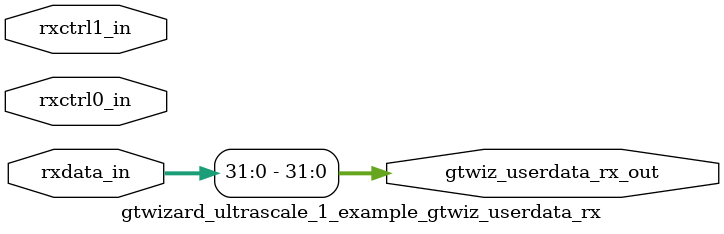
<source format=v>


`timescale 1ps/1ps


`timescale 1ps/1ps

module gtwizard_ultrascale_1_example_gtwiz_userdata_rx #(

  parameter integer P_RX_USER_DATA_WIDTH       = 32,
  parameter integer P_RX_DATA_DECODING         = 0,
  parameter integer P_TOTAL_NUMBER_OF_CHANNELS = 1

)(

  input  wire [(P_TOTAL_NUMBER_OF_CHANNELS*128)-1:0]                  rxdata_in,
  input  wire [(P_TOTAL_NUMBER_OF_CHANNELS* 16)-1:0]                  rxctrl0_in,
  input  wire [(P_TOTAL_NUMBER_OF_CHANNELS* 16)-1:0]                  rxctrl1_in,
  output wire [(P_TOTAL_NUMBER_OF_CHANNELS*P_RX_USER_DATA_WIDTH)-1:0] gtwiz_userdata_rx_out

);


  // -------------------------------------------------------------------------------------------------------------------
  // Receiver user data width sizing conditional generation, based on parameter values in module instantiation
  // -------------------------------------------------------------------------------------------------------------------
  generate if (1) begin : gen_gtwiz_userdata_rx_main
    genvar ch_idx;

    // If receiver data decoding is either not raw mode, or is raw mode but user data width is not modulus 10, then
    // simply assign the user-facing data vector with the active data bits from the transceiver-facing RXDATA vector.
    if ((P_RX_DATA_DECODING != 0) ||
       ((P_RX_DATA_DECODING == 0) && (P_RX_USER_DATA_WIDTH % 10 != 0))) begin : gen_rxdata

      for (ch_idx = 0; ch_idx < P_TOTAL_NUMBER_OF_CHANNELS; ch_idx = ch_idx + 1) begin : gen_assign
        assign gtwiz_userdata_rx_out[(P_RX_USER_DATA_WIDTH*ch_idx)+P_RX_USER_DATA_WIDTH-1:
                                     (P_RX_USER_DATA_WIDTH*ch_idx)] =
          rxdata_in[(128*ch_idx)+P_RX_USER_DATA_WIDTH-1:(128*ch_idx)];
      end

    end

    // If receiver data decoding is raw mode and user data width is modulus 10, then assign the user-facing data vector
    // with the specified combination of transceiver-facing RXDATA, RXCTRL0, and RXCTRL1 vectors. The interleaving of
    // these vectors is always in a repeating 8-1-1 bit pattern, scaling with the user data width size.
    else begin : gen_rxdata_rxctrl

      case (P_RX_USER_DATA_WIDTH)
        20:
          for (ch_idx = 0; ch_idx < P_TOTAL_NUMBER_OF_CHANNELS; ch_idx = ch_idx + 1) begin : gen_width20
            assign gtwiz_userdata_rx_out [(ch_idx*20)+19:(ch_idx*20)] =
              {rxctrl1_in[(ch_idx* 16)+1],
               rxctrl0_in[(ch_idx* 16)+1],
               rxdata_in [(ch_idx*128)+15:(ch_idx*128)+8],
               rxctrl1_in[(ch_idx* 16)],
               rxctrl0_in[(ch_idx* 16)],
               rxdata_in [(ch_idx*128)+7:ch_idx*128]};
          end

        40:
          for (ch_idx = 0; ch_idx < P_TOTAL_NUMBER_OF_CHANNELS; ch_idx = ch_idx + 1) begin : gen_width40
            assign gtwiz_userdata_rx_out [(ch_idx*40)+39:(ch_idx*40)] =
              {rxctrl1_in[(ch_idx* 16)+3],
               rxctrl0_in[(ch_idx* 16)+3],
               rxdata_in [(ch_idx*128)+31:(ch_idx*128)+24],
               rxctrl1_in[(ch_idx* 16)+2],
               rxctrl0_in[(ch_idx* 16)+2],
               rxdata_in [(ch_idx*128)+23:(ch_idx*128)+16],
               rxctrl1_in[(ch_idx* 16)+1],
               rxctrl0_in[(ch_idx* 16)+1],
               rxdata_in [(ch_idx*128)+15:(ch_idx*128)+8],
               rxctrl1_in[(ch_idx* 16)],
               rxctrl0_in[(ch_idx* 16)],
               rxdata_in [(ch_idx*128)+7:ch_idx*128]};
          end

        80:
          for (ch_idx = 0; ch_idx < P_TOTAL_NUMBER_OF_CHANNELS; ch_idx = ch_idx + 1) begin : gen_width80
            assign gtwiz_userdata_rx_out [(ch_idx*80)+79:(ch_idx*80)] =
              {rxctrl1_in[(ch_idx* 16)+7],
               rxctrl0_in[(ch_idx* 16)+7],
               rxdata_in [(ch_idx*128)+63:(ch_idx*128)+56],
               rxctrl1_in[(ch_idx* 16)+6],
               rxctrl0_in[(ch_idx* 16)+6],
               rxdata_in [(ch_idx*128)+55:(ch_idx*128)+48],
               rxctrl1_in[(ch_idx* 16)+5],
               rxctrl0_in[(ch_idx* 16)+5],
               rxdata_in [(ch_idx*128)+47:(ch_idx*128)+40],
               rxctrl1_in[(ch_idx* 16)+4],
               rxctrl0_in[(ch_idx* 16)+4],
               rxdata_in [(ch_idx*128)+39:(ch_idx*128)+32],
               rxctrl1_in[(ch_idx* 16)+3],
               rxctrl0_in[(ch_idx* 16)+3],
               rxdata_in [(ch_idx*128)+31:(ch_idx*128)+24],
               rxctrl1_in[(ch_idx* 16)+2],
               rxctrl0_in[(ch_idx* 16)+2],
               rxdata_in [(ch_idx*128)+23:(ch_idx*128)+16],
               rxctrl1_in[(ch_idx* 16)+1],
               rxctrl0_in[(ch_idx* 16)+1],
               rxdata_in [(ch_idx*128)+15:(ch_idx*128)+8],
               rxctrl1_in[(ch_idx* 16)],
               rxctrl0_in[(ch_idx* 16)],
               rxdata_in [(ch_idx*128)+7:ch_idx*128]};
          end

        160:
          for (ch_idx = 0; ch_idx < P_TOTAL_NUMBER_OF_CHANNELS; ch_idx = ch_idx + 1) begin : gen_width160
            assign gtwiz_userdata_rx_out [(ch_idx*160)+159:(ch_idx*160)] =
              {rxctrl1_in[(ch_idx* 16)+15],
               rxctrl0_in[(ch_idx* 16)+15],
               rxdata_in [(ch_idx*128)+127:(ch_idx*128)+120],
               rxctrl1_in[(ch_idx* 16)+14],
               rxctrl0_in[(ch_idx* 16)+14],
               rxdata_in [(ch_idx*128)+119:(ch_idx*128)+112],
               rxctrl1_in[(ch_idx* 16)+13],
               rxctrl0_in[(ch_idx* 16)+13],
               rxdata_in [(ch_idx*128)+111:(ch_idx*128)+104],
               rxctrl1_in[(ch_idx* 16)+12],
               rxctrl0_in[(ch_idx* 16)+12],
               rxdata_in [(ch_idx*128)+103:(ch_idx*128)+96],
               rxctrl1_in[(ch_idx* 16)+11],
               rxctrl0_in[(ch_idx* 16)+11],
               rxdata_in [(ch_idx*128)+95:(ch_idx*128)+88],
               rxctrl1_in[(ch_idx* 16)+10],
               rxctrl0_in[(ch_idx* 16)+10],
               rxdata_in [(ch_idx*128)+87:(ch_idx*128)+80],
               rxctrl1_in[(ch_idx* 16)+9],
               rxctrl0_in[(ch_idx* 16)+9],
               rxdata_in [(ch_idx*128)+79:(ch_idx*128)+72],
               rxctrl1_in[(ch_idx* 16)+8],
               rxctrl0_in[(ch_idx* 16)+8],
               rxdata_in [(ch_idx*128)+71:(ch_idx*128)+64],
               rxctrl1_in[(ch_idx* 16)+7],
               rxctrl0_in[(ch_idx* 16)+7],
               rxdata_in [(ch_idx*128)+63:(ch_idx*128)+56],
               rxctrl1_in[(ch_idx* 16)+6],
               rxctrl0_in[(ch_idx* 16)+6],
               rxdata_in [(ch_idx*128)+55:(ch_idx*128)+48],
               rxctrl1_in[(ch_idx* 16)+5],
               rxctrl0_in[(ch_idx* 16)+5],
               rxdata_in [(ch_idx*128)+47:(ch_idx*128)+40],
               rxctrl1_in[(ch_idx* 16)+4],
               rxctrl0_in[(ch_idx* 16)+4],
               rxdata_in [(ch_idx*128)+39:(ch_idx*128)+32],
               rxctrl1_in[(ch_idx* 16)+3],
               rxctrl0_in[(ch_idx* 16)+3],
               rxdata_in [(ch_idx*128)+31:(ch_idx*128)+24],
               rxctrl1_in[(ch_idx* 16)+2],
               rxctrl0_in[(ch_idx* 16)+2],
               rxdata_in [(ch_idx*128)+23:(ch_idx*128)+16],
               rxctrl1_in[(ch_idx* 16)+1],
               rxctrl0_in[(ch_idx* 16)+1],
               rxdata_in [(ch_idx*128)+15:(ch_idx*128)+8],
               rxctrl1_in[(ch_idx* 16)],
               rxctrl0_in[(ch_idx* 16)],
               rxdata_in [(ch_idx*128)+7:ch_idx*128]};
          end

        default:
          begin : gen_default
            // The default case is a configuration error scenario should never be exercised
            assign gtwiz_userdata_rx_out = {P_TOTAL_NUMBER_OF_CHANNELS*P_RX_USER_DATA_WIDTH{1'b1}};
          end
      endcase

    end

  end
  endgenerate


endmodule

</source>
